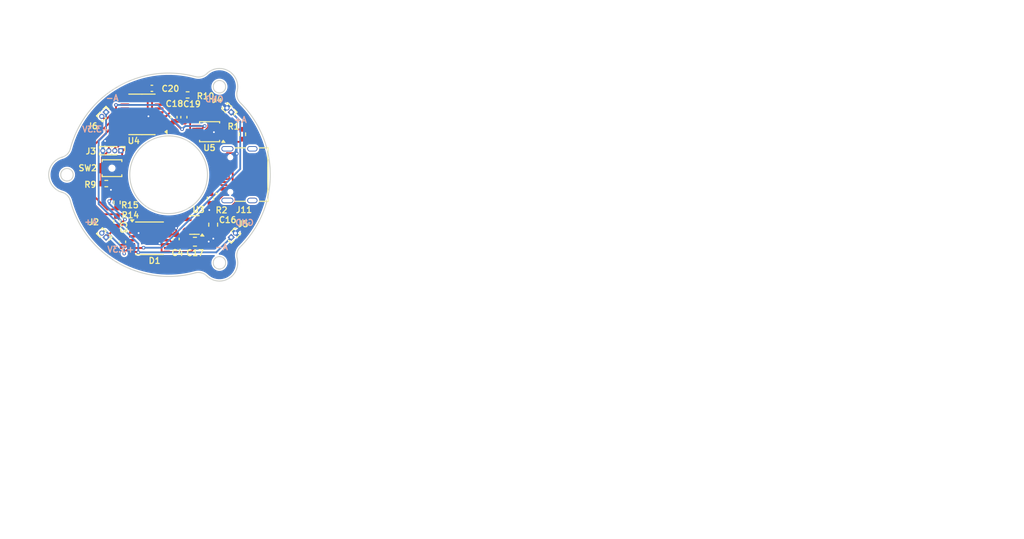
<source format=kicad_pcb>
(kicad_pcb (version 20240108) (generator "pcbnew") (generator_version "8.0")
  (layers (0 "F.Cu" signal) (31 "B.Cu" power) (34 "B.Paste" user) (35 "F.Paste" user) (36 "B.SilkS" user "B.Silkscreen") (37 "F.SilkS" user "F.Silkscreen") (38 "B.Mask" user) (39 "F.Mask" user) (44 "Edge.Cuts" user))
  (net 0 "")
  (net 1 "GND")
  (net 2 "Net-(C3-Pad1)")
  (net 3 "Net-(C3-Pad2)")
  (net 4 "+3.3V")
  (net 5 "/NRST")
  (net 6 "VBUS")
  (net 9 "/D-")
  (net 11 "/SWDIO")
  (net 12 "/SWCLK")
  (net 13 "/A-")
  (net 14 "/A+")
  (net 15 "/I2C2_SDA")
  (net 16 "/I2C2_SCL")
  (net 17 "Net-(U5-TXD)")
  (net 18 "/USART2_RX")
  (net 29 "/USART2_TX")
  (net 32 "unconnected-(U5-V3-Pad10)")
  (net 34 "/D+")
  (net 39 "Net-(J11-CC2)")
  (net 40 "Net-(J11-CC1)")
  (footprint "Package_SO:SSOP-16_4.4x5.2mm_P0.65mm" (layer "F.Cu") (at 46.800004 60.575005)
    (property "Reference" "D1" (at 0.849998 3.749998 0) (layer "F.SilkS") (effects (font (thickness 0.2) (bold yes))))
    (property "Value" "ADS1230")
    (pad "1" smd rect (at -2.899998 -2.274999) (size 1 0.4) (layers "F.Cu" "F.Paste" "F.Mask") (net 4 "+3.3V"))
    (pad "2" smd rect (at -2.9 -1.624999) (size 1 0.4) (layers "F.Cu" "F.Paste" "F.Mask") (net 1 "GND"))
    (pad "3" smd rect (at -2.899998 -0.974998) (size 1 0.4) (layers "F.Cu" "F.Paste" "F.Mask") (net 1 "GND"))
    (pad "4" smd rect (at -2.899998 -0.324996) (size 1 0.4) (layers "F.Cu" "F.Paste" "F.Mask") (net 1 "GND"))
    (pad "5" smd rect (at -2.900008 0.324991) (size 1 0.4) (layers "F.Cu" "F.Paste" "F.Mask") (net 3 "Net-(C3-Pad2)"))
    (pad "6" smd rect (at -2.900002 0.975003) (size 1 0.4) (layers "F.Cu" "F.Paste" "F.Mask") (net 2 "Net-(C3-Pad1)"))
    (pad "7" smd rect (at -2.900001 1.625003) (size 1 0.4) (layers "F.Cu" "F.Paste" "F.Mask") (net 14 "/A+"))
    (pad "8" smd rect (at -2.9 2.274999) (size 1 0.4) (layers "F.Cu" "F.Paste" "F.Mask") (net 13 "/A-"))
    (pad "9" smd rect (at 2.899998 2.274999) (size 1 0.4) (layers "F.Cu" "F.Paste" "F.Mask") (net 1 "GND"))
    (pad "10" smd rect (at 2.9 1.624999) (size 1 0.4) (layers "F.Cu" "F.Paste" "F.Mask") (net 4 "+3.3V"))
    (pad "11" smd rect (at 2.899998 0.974998) (size 1 0.4) (layers "F.Cu" "F.Paste" "F.Mask") (net 1 "GND"))
    (pad "12" smd rect (at 2.899998 0.324996) (size 1 0.4) (layers "F.Cu" "F.Paste" "F.Mask") (net 4 "+3.3V"))
    (pad "13" smd rect (at 2.900008 -0.324991) (size 1 0.4) (layers "F.Cu" "F.Paste" "F.Mask") (net 1 "GND"))
    (pad "14" smd rect (at 2.900002 -0.975003) (size 1 0.4) (layers "F.Cu" "F.Paste" "F.Mask") (net 4 "+3.3V"))
    (pad "15" smd rect (at 2.900001 -1.625003) (size 1 0.4) (layers "F.Cu" "F.Paste" "F.Mask") (net 16 "/I2C2_SCL"))
    (pad "16" smd rect (at 2.9 -2.274999) (size 1 0.4) (layers "F.Cu" "F.Paste" "F.Mask") (net 15 "/I2C2_SDA"))
  )
  (footprint "Capacitor_SMD:C_0603_1608Metric" (layer "F.Cu") (at 52.550002 40.325002 90)
    (property "Reference" "C19" (at 2.199999 1.35 0) (layer "F.SilkS") (effects (font (thickness 0.2) (bold yes))))
    (property "Value" "10u")
    (pad "1" smd roundrect (at -0.775001 0 90) (size 0.9 0.95) (layers "F.Cu" "F.Paste" "F.Mask") (net 4 "+3.3V"))
    (pad "2" smd roundrect (at 0.775001 0 90) (size 0.9 0.95) (layers "F.Cu" "F.Paste" "F.Mask") (net 1 "GND"))
  )
  (footprint "Connector_PinHeader_1.00mm:PinHeader_1x02_P1.00mm_Vertical" (layer "F.Cu") (at 39.534822 60.415183 -135)
    (property "Reference" "J2" (at -0.353553 3.252691 0) (layer "F.SilkS") (effects (font (thickness 0.2))))
    (property "Value" "Conn_01x02_Pin")
    (pad "1" thru_hole rect (at 0 0 225) (size 0.85 0.85) (drill 0.5) (layers "*.Cu" "*.Mask") (net 4 "+3.3V"))
    (pad "2" thru_hole oval (at 0 1 225) (size 0.85 0.85) (drill 0.5) (layers "*.Cu" "*.Mask") (net 14 "/A+"))
  )
  (footprint "Package_SO:TSSOP-20_4.4x6.5mm_P0.65mm" (layer "F.Cu") (at 45.537502 39.850003 180)
    (property "Reference" "U4" (at 1.3625 -4.425 0) (layer "F.SilkS") (effects (font (thickness 0.2) (bold yes))))
    (property "Value" "STM32G030F6Px")
    (pad "1" smd roundrect (at -2.862499 -2.925 180) (size 1.475 0.4) (layers "F.Cu" "F.Paste" "F.Mask"))
    (pad "2" smd roundrect (at -2.8625 -2.275 180) (size 1.475 0.4) (layers "F.Cu" "F.Paste" "F.Mask"))
    (pad "3" smd roundrect (at -2.8625 -1.625 180) (size 1.475 0.4) (layers "F.Cu" "F.Paste" "F.Mask"))
    (pad "4" smd roundrect (at -2.8625 -0.975 180) (size 1.475 0.4) (layers "F.Cu" "F.Paste" "F.Mask") (net 4 "+3.3V"))
    (pad "5" smd roundrect (at -2.862499 -0.324999 180) (size 1.475 0.4) (layers "F.Cu" "F.Paste" "F.Mask") (net 1 "GND"))
    (pad "6" smd roundrect (at -2.862499 0.324999 180) (size 1.475 0.4) (layers "F.Cu" "F.Paste" "F.Mask") (net 5 "/NRST"))
    (pad "7" smd roundrect (at -2.8625 0.975 180) (size 1.475 0.4) (layers "F.Cu" "F.Paste" "F.Mask"))
    (pad "8" smd roundrect (at -2.8625 1.624999 180) (size 1.475 0.4) (layers "F.Cu" "F.Paste" "F.Mask"))
    (pad "9" smd roundrect (at -2.862499 2.275001 180) (size 1.475 0.4) (layers "F.Cu" "F.Paste" "F.Mask") (net 29 "/USART2_TX"))
    (pad "10" smd roundrect (at -2.862504 2.924999 180) (size 1.475 0.4) (layers "F.Cu" "F.Paste" "F.Mask") (net 18 "/USART2_RX"))
    (pad "11" smd roundrect (at 2.862499 2.925 180) (size 1.475 0.4) (layers "F.Cu" "F.Paste" "F.Mask"))
    (pad "12" smd roundrect (at 2.8625 2.275 180) (size 1.475 0.4) (layers "F.Cu" "F.Paste" "F.Mask"))
    (pad "13" smd roundrect (at 2.8625 1.625 180) (size 1.475 0.4) (layers "F.Cu" "F.Paste" "F.Mask"))
    (pad "14" smd roundrect (at 2.8625 0.975 180) (size 1.475 0.4) (layers "F.Cu" "F.Paste" "F.Mask"))
    (pad "15" smd roundrect (at 2.862499 0.324999 180) (size 1.475 0.4) (layers "F.Cu" "F.Paste" "F.Mask"))
    (pad "16" smd roundrect (at 2.862499 -0.324999 180) (size 1.475 0.4) (layers "F.Cu" "F.Paste" "F.Mask") (net 16 "/I2C2_SCL"))
    (pad "17" smd roundrect (at 2.8625 -0.975 180) (size 1.475 0.4) (layers "F.Cu" "F.Paste" "F.Mask") (net 15 "/I2C2_SDA"))
    (pad "18" smd roundrect (at 2.8625 -1.624999 180) (size 1.475 0.4) (layers "F.Cu" "F.Paste" "F.Mask") (net 12 "/SWCLK"))
    (pad "19" smd roundrect (at 2.862499 -2.275001 180) (size 1.475 0.4) (layers "F.Cu" "F.Paste" "F.Mask") (net 11 "/SWDIO"))
    (pad "20" smd roundrect (at 2.862504 -2.924999 180) (size 1.475 0.4) (layers "F.Cu" "F.Paste" "F.Mask"))
  )
  (footprint "Capacitor_SMD:C_0805_2012Metric" (layer "F.Cu") (at 54.400003 61.150005)
    (property "Reference" "C17" (at 0.024999 1.874998 0) (layer "F.SilkS") (effects (font (thickness 0.2) (bold yes))))
    (property "Value" "1u")
    (pad "1" smd roundrect (at -0.949999 0) (size 1 1.45) (layers "F.Cu" "F.Paste" "F.Mask") (net 4 "+3.3V"))
    (pad "2" smd roundrect (at 0.949999 0) (size 1 1.45) (layers "F.Cu" "F.Paste" "F.Mask") (net 1 "GND"))
  )
  (footprint "Package_TO_SOT_SMD:SOT-23-5" (layer "F.Cu") (at 54.3125 58.350006 180)
    (property "Reference" "U3" (at -0.687502 2.550003 0) (layer "F.SilkS") (effects (font (thickness 0.2))))
    (property "Value" "AP2112K-3.3")
    (pad "1" smd roundrect (at -1.1375 -0.95 180) (size 1.325 0.6) (layers "F.Cu" "F.Paste" "F.Mask") (net 6 "VBUS"))
    (pad "2" smd roundrect (at -1.1375 0 180) (size 1.325 0.6) (layers "F.Cu" "F.Paste" "F.Mask") (net 1 "GND"))
    (pad "3" smd roundrect (at -1.1375 0.95 180) (size 1.325 0.6) (layers "F.Cu" "F.Paste" "F.Mask") (net 6 "VBUS"))
    (pad "4" smd roundrect (at 1.1375 0.95 180) (size 1.325 0.6) (layers "F.Cu" "F.Paste" "F.Mask"))
    (pad "5" smd roundrect (at 1.1375 -0.95 180) (size 1.325 0.6) (layers "F.Cu" "F.Paste" "F.Mask") (net 4 "+3.3V"))
  )
  (footprint "Connector_PinHeader_1.00mm:PinHeader_1x02_P1.00mm_Vertical" (layer "F.Cu") (at 60.465182 39.484823 -135)
    (property "Reference" "J4" (at 0.194454 3.128948 0) (layer "F.SilkS") (effects (font (thickness 0.2))))
    (property "Value" "Conn_01x02_Pin")
    (pad "1" thru_hole rect (at 0 0 225) (size 0.85 0.85) (drill 0.5) (layers "*.Cu" "*.Mask") (net 14 "/A+"))
    (pad "2" thru_hole oval (at 0 1 225) (size 0.85 0.85) (drill 0.5) (layers "*.Cu" "*.Mask") (net 1 "GND"))
  )
  (footprint "Capacitor_SMD:C_0603_1608Metric" (layer "F.Cu") (at 51.250003 60.684879 -90)
    (property "Reference" "C4" (at 2.315124 -0.224999 0) (layer "F.SilkS") (effects (font (thickness 0.2) (bold yes))))
    (property "Value" "0.1uF")
    (pad "1" smd roundrect (at -0.775001 0 270) (size 0.9 0.95) (layers "F.Cu" "F.Paste" "F.Mask") (net 1 "GND"))
    (pad "2" smd roundrect (at 0.775001 0 270) (size 0.9 0.95) (layers "F.Cu" "F.Paste" "F.Mask") (net 4 "+3.3V"))
  )
  (footprint "Connector_PinHeader_1.00mm:PinHeader_1x04_P1.00mm_Vertical" (layer "F.Cu") (at 42.000003 45.925003 -90)
    (property "Reference" "J3" (at 0.1 5.000001 0) (layer "F.SilkS") (effects (font (thickness 0.2) (bold yes))))
    (property "Value" "Conn_01x04_Pin")
    (pad "1" thru_hole rect (at 0 0 270) (size 0.85 0.85) (drill 0.5) (layers "*.Cu" "*.Mask") (net 4 "+3.3V"))
    (pad "2" thru_hole oval (at 0 1 270) (size 0.85 0.85) (drill 0.5) (layers "*.Cu" "*.Mask") (net 12 "/SWCLK"))
    (pad "3" thru_hole oval (at 0 2 270) (size 0.85 0.85) (drill 0.5) (layers "*.Cu" "*.Mask") (net 11 "/SWDIO"))
    (pad "4" thru_hole oval (at 0 3 270) (size 0.85 0.85) (drill 0.5) (layers "*.Cu" "*.Mask") (net 1 "GND"))
  )
  (footprint "Capacitor_SMD:C_0805_2012Metric" (layer "F.Cu") (at 57.450002 58.300004 -90)
    (property "Reference" "C16" (at -0.800001 -2.425 0) (layer "F.SilkS") (effects (font (thickness 0.2) (bold yes))))
    (property "Value" "1u")
    (pad "1" smd roundrect (at -0.949999 0 270) (size 1 1.45) (layers "F.Cu" "F.Paste" "F.Mask") (net 6 "VBUS"))
    (pad "2" smd roundrect (at 0.949999 0 270) (size 1 1.45) (layers "F.Cu" "F.Paste" "F.Mask") (net 1 "GND"))
  )
  (footprint "Resistor_SMD:R_0603_1608Metric" (layer "F.Cu") (at 41.350002 57.750003 -90)
    (property "Reference" "R14" (at -1.05 -2.25 0) (layer "F.SilkS") (effects (font (thickness 0.2) (bold yes))))
    (property "Value" "1k5")
    (pad "1" smd roundrect (at -0.825 0 270) (size 0.8 0.95) (layers "F.Cu" "F.Paste" "F.Mask") (net 16 "/I2C2_SCL"))
    (pad "2" smd roundrect (at 0.825 0 270) (size 0.8 0.95) (layers "F.Cu" "F.Paste" "F.Mask") (net 4 "+3.3V"))
  )
  (footprint "Resistor_SMD:R_0603_1608Metric" (layer "F.Cu") (at 39.575002 51.425003)
    (property "Reference" "R9" (at -2.675 0.175 0) (layer "F.SilkS") (effects (font (thickness 0.2) (bold yes))))
    (property "Value" "10k")
    (pad "1" smd roundrect (at -0.825 0) (size 0.8 0.95) (layers "F.Cu" "F.Paste" "F.Mask") (net 11 "/SWDIO"))
    (pad "2" smd roundrect (at 0.825 0) (size 0.8 0.95) (layers "F.Cu" "F.Paste" "F.Mask") (net 1 "GND"))
  )
  (footprint "Capacitor_SMD:C_0603_1608Metric" (layer "F.Cu") (at 42.300002 61.175002 90)
    (property "Reference" "C3" (at 2.424999 0.15 -90) (layer "F.SilkS") (effects (font (thickness 0.2) (bold yes))))
    (property "Value" "0.1uF")
    (pad "1" smd roundrect (at -0.775001 0 90) (size 0.9 0.95) (layers "F.Cu" "F.Paste" "F.Mask") (net 2 "Net-(C3-Pad1)"))
    (pad "2" smd roundrect (at 0.775001 0 90) (size 0.9 0.95) (layers "F.Cu" "F.Paste" "F.Mask") (net 3 "Net-(C3-Pad2)"))
  )
  (footprint "Resistor_SMD:R_0603_1608Metric" (layer "F.Cu") (at 62.350002 43.175003 90)
    (property "Reference" "R1" (at 1.3 -1.5 0) (layer "F.SilkS") (effects (font (thickness 0.2))))
    (property "Value" "5k1")
    (pad "1" smd roundrect (at -0.825 0 90) (size 0.8 0.95) (layers "F.Cu" "F.Paste" "F.Mask") (net 39 "Net-(J11-CC2)"))
    (pad "2" smd roundrect (at 0.825 0 90) (size 0.8 0.95) (layers "F.Cu" "F.Paste" "F.Mask") (net 1 "GND"))
  )
  (footprint "Package_SO:MSOP-10_3x3mm_P0.5mm" (layer "F.Cu") (at 56.850002 42.750003 180)
    (property "Reference" "U5" (at 0.025 -2.7 0) (layer "F.SilkS") (effects (font (thickness 0.2) (bold yes))))
    (property "Value" "CH340E")
    (pad "1" smd rect (at -2.200005 -0.999998 180) (size 1.4 0.3) (layers "F.Cu" "F.Paste" "F.Mask") (net 34 "/D+"))
    (pad "2" smd rect (at -2.2 -0.5 180) (size 1.4 0.3) (layers "F.Cu" "F.Paste" "F.Mask") (net 9 "/D-"))
    (pad "3" smd rect (at -2.2 0 180) (size 1.4 0.3) (layers "F.Cu" "F.Paste" "F.Mask") (net 1 "GND"))
    (pad "4" smd rect (at -2.200002 0.499996 180) (size 1.4 0.3) (layers "F.Cu" "F.Paste" "F.Mask"))
    (pad "5" smd rect (at -2.200001 1.000001 180) (size 1.4 0.3) (layers "F.Cu" "F.Paste" "F.Mask"))
    (pad "6" smd rect (at 2.200005 0.999998 180) (size 1.4 0.3) (layers "F.Cu" "F.Paste" "F.Mask"))
    (pad "7" smd rect (at 2.2 0.5 180) (size 1.4 0.3) (layers "F.Cu" "F.Paste" "F.Mask") (net 4 "+3.3V"))
    (pad "8" smd rect (at 2.2 0 180) (size 1.4 0.3) (layers "F.Cu" "F.Paste" "F.Mask") (net 17 "Net-(U5-TXD)"))
    (pad "9" smd rect (at 2.200002 -0.499996 180) (size 1.4 0.3) (layers "F.Cu" "F.Paste" "F.Mask") (net 29 "/USART2_TX"))
    (pad "10" smd rect (at 2.200001 -1.000001 180) (size 1.4 0.3) (layers "F.Cu" "F.Paste" "F.Mask") (net 32 "unconnected-(U5-V3-Pad10)"))
  )
  (footprint "Button_Switch_SMD:SW_SPST_B3U-1000P-B" (layer "F.Cu") (at 40.525002 48.850003)
    (property "Reference" "SW2" (at -4.05 -0.025 0) (layer "F.SilkS") (effects (font (thickness 0.2) (bold yes))))
    (property "Value" "SW_Push")
    (pad "" np_thru_hole circle (at 0 0) (size 0.8 0.8) (drill 0.8) (layers "*.Cu" "*.Mask"))
    (pad "1" smd rect (at -1.7 0) (size 0.9 1.7) (layers "F.Cu" "F.Paste" "F.Mask") (net 11 "/SWDIO"))
    (pad "2" smd rect (at 1.7 0) (size 0.9 1.7) (layers "F.Cu" "F.Paste" "F.Mask") (net 4 "+3.3V"))
  )
  (footprint "Resistor_SMD:R_0603_1608Metric" (layer "F.Cu") (at 41.375002 54.575003 90)
    (property "Reference" "R15" (at -0.45 2.15 0) (layer "F.SilkS") (effects (font (thickness 0.2) (bold yes))))
    (property "Value" "1k5")
    (pad "1" smd roundrect (at -0.825 0 90) (size 0.8 0.95) (layers "F.Cu" "F.Paste" "F.Mask") (net 15 "/I2C2_SDA"))
    (pad "2" smd roundrect (at 0.825 0 90) (size 0.8 0.95) (layers "F.Cu" "F.Paste" "F.Mask") (net 4 "+3.3V"))
  )
  (footprint "Capacitor_SMD:C_0603_1608Metric" (layer "F.Cu") (at 47.200003 35.500003 180)
    (property "Reference" "C20" (at -3.099999 -0.05 0) (layer "F.SilkS") (effects (font (thickness 0.2) (bold yes))))
    (property "Value" "100n")
    (pad "1" smd roundrect (at -0.775001 0 180) (size 0.9 0.95) (layers "F.Cu" "F.Paste" "F.Mask") (net 5 "/NRST"))
    (pad "2" smd roundrect (at 0.775001 0 180) (size 0.9 0.95) (layers "F.Cu" "F.Paste" "F.Mask") (net 1 "GND"))
  )
  (footprint "Connector_PinHeader_1.00mm:PinHeader_1x02_P1.00mm_Vertical" (layer "F.Cu") (at 39.534822 39.484823 -45)
    (property "Reference" "J6" (at 0.053034 3.24004 0) (layer "F.SilkS") (effects (font (thickness 0.2))))
    (property "Value" "Conn_01x02_Pin")
    (pad "1" thru_hole rect (at 0 0 315) (size 0.85 0.85) (drill 0.5) (layers "*.Cu" "*.Mask") (net 13 "/A-"))
    (pad "2" thru_hole oval (at 0 1 315) (size 0.85 0.85) (drill 0.5) (layers "*.Cu" "*.Mask") (net 4 "+3.3V"))
  )
  (footprint "Capacitor_SMD:C_0603_1608Metric" (layer "F.Cu") (at 50.900002 40.325002 90)
    (property "Reference" "C18" (at 2.249999 0.075 0) (layer "F.SilkS") (effects (font (thickness 0.2) (bold yes))))
    (property "Value" "100n")
    (pad "1" smd roundrect (at -0.775001 0 90) (size 0.9 0.95) (layers "F.Cu" "F.Paste" "F.Mask") (net 4 "+3.3V"))
    (pad "2" smd roundrect (at 0.775001 0 90) (size 0.9 0.95) (layers "F.Cu" "F.Paste" "F.Mask") (net 1 "GND"))
  )
  (footprint "Connector_PinHeader_1.00mm:PinHeader_1x02_P1.00mm_Vertical" (layer "F.Cu") (at 60.465182 60.415183 135)
    (property "Reference" "J5" (at 0.159099 2.997577 0) (layer "F.SilkS") (effects (font (thickness 0.2))))
    (property "Value" "Conn_01x02_Pin")
    (pad "1" thru_hole rect (at 0 0 135) (size 0.85 0.85) (drill 0.5) (layers "*.Cu" "*.Mask") (net 13 "/A-"))
    (pad "2" thru_hole oval (at 0 1 135) (size 0.85 0.85) (drill 0.5) (layers "*.Cu" "*.Mask") (net 1 "GND"))
  )
  (footprint "SEN-12650(1):HRO_TYPE-C-31-M-12" (layer "F.Cu") (at 64.000003 49.925003 90)
    (property "Reference" "J11" (at -5.9 -1.400001 0) (layer "F.SilkS") (effects (font (thickness 0.2))))
    (property "Value" "TYPE-C-31-M-12")
    (pad "" np_thru_hole circle (at -2.89 -3.68 90) (size 0.6 0.6) (drill 0.6) (layers "*.Cu" "*.Mask"))
    (pad "" np_thru_hole circle (at 2.89 -3.68 90) (size 0.6 0.6) (drill 0.6) (layers "*.Cu" "*.Mask"))
    (pad "A1_B12" smd rect (at -3.2 -4.75 90) (size 0.6 1.14) (layers "F.Cu" "F.Paste") (net 1 "GND"))
    (pad "A4_B9" smd rect (at -2.400001 -4.75 90) (size 0.6 1.14) (layers "F.Cu" "F.Paste") (net 6 "VBUS"))
    (pad "A5" smd rect (at -1.25 -4.75 90) (size 0.3 1.14) (layers "F.Cu" "F.Paste") (net 40 "Net-(J11-CC1)"))
    (pad "A6" smd rect (at -0.25 -4.750001 90) (size 0.3 1.14) (layers "F.Cu" "F.Paste") (net 34 "/D+"))
    (pad "A7" smd rect (at 0.249999 -4.75 90) (size 0.3 1.14) (layers "F.Cu" "F.Paste") (net 9 "/D-"))
    (pad "A8" smd rect (at 1.25 -4.749999 90) (size 0.3 1.14) (layers "F.Cu" "F.Paste"))
    (pad "B1_A12" smd rect (at 3.2 -4.75 90) (size 0.6 1.14) (layers "F.Cu" "F.Paste") (net 1 "GND"))
    (pad "B4_A9" smd rect (at 2.400001 -4.749999 90) (size 0.6 1.14) (layers "F.Cu" "F.Paste") (net 6 "VBUS"))
    (pad "B5" smd rect (at 1.75 -4.750001 90) (size 0.3 1.14) (layers "F.Cu" "F.Paste") (net 39 "Net-(J11-CC2)"))
    (pad "B6" smd rect (at 0.750001 -4.750001 90) (size 0.3 1.14) (layers "F.Cu" "F.Paste") (net 34 "/D+"))
    (pad "B7" smd rect (at -0.750001 -4.749999 90) (size 0.3 1.14) (layers "F.Cu" "F.Paste") (net 9 "/D-"))
    (pad "B8" smd rect (at -1.75 -4.75 90) (size 0.3 1.14) (layers "F.Cu" "F.Paste"))
    (pad "S1" thru_hole oval (at -4.325 -4.17 90) (size 0.9 2) (drill oval 0.6 1.7) (layers "*.Cu" "*.Mask"))
    (pad "S2" thru_hole oval (at 4.325001 -4.169999 90) (size 0.9 2) (drill oval 0.6 1.7) (layers "*.Cu" "*.Mask"))
    (pad "S3" thru_hole oval (at -4.325 0 90) (size 0.9 1.7) (drill oval 0.6 1.4) (layers "*.Cu" "*.Mask"))
    (pad "S4" thru_hole oval (at 4.325 0 90) (size 0.9 1.7) (drill oval 0.6 1.4) (layers "*.Cu" "*.Mask"))
  )
  (footprint "Resistor_SMD:R_0603_1608Metric" (layer "F.Cu") (at 57.000002 53.925003 -90)
    (property "Reference" "R2" (at 1.95 -1.85 0) (layer "F.SilkS") (effects (font (thickness 0.2))))
    (property "Value" "5k1")
    (pad "1" smd roundrect (at -0.825 0 270) (size 0.8 0.95) (layers "F.Cu" "F.Paste" "F.Mask") (net 40 "Net-(J11-CC1)"))
    (pad "2" smd roundrect (at 0.825 0 270) (size 0.8 0.95) (layers "F.Cu" "F.Paste" "F.Mask") (net 1 "GND"))
  )
  (footprint "Resistor_SMD:R_0603_1608Metric" (layer "F.Cu") (at 53.175002 36.600003)
    (property "Reference" "R10" (at 3 0.2 0) (layer "F.SilkS") (effects (font (thickness 0.2) (bold yes))))
    (property "Value" "1k")
    (pad "1" smd roundrect (at -0.825 0) (size 0.8 0.95) (layers "F.Cu" "F.Paste" "F.Mask") (net 18 "/USART2_RX"))
    (pad "2" smd roundrect (at 0.825 0) (size 0.8 0.95) (layers "F.Cu" "F.Paste" "F.Mask") (net 17 "Net-(U5-TXD)"))
  )
  (gr_arc (start 54.450223 66.357182) (mid 41.5 64.672437) (end 33.565857 54.299588) (stroke (width 0.18)) (layer "Edge.Cuts"))
  (gr_arc (start 54.450223 66.357182) (mid 55.476432 66.351639) (end 56.370303 66.855754) (stroke (width 0.18)) (layer "Edge.Cuts"))
  (gr_circle (center 58.500002 64.672435) (end 59.550002 64.672435) (stroke (width 0.18)) (fill none) (layer "Edge.Cuts"))
  (gr_arc (start 56.370303 33.044252) (mid 55.476434 33.548379) (end 54.450223 33.542824) (stroke (width 0.18)) (layer "Edge.Cuts"))
  (gr_circle (center 33.000002 49.950003) (end 34.050002 49.950003) (stroke (width 0.18)) (fill none) (layer "Edge.Cuts"))
  (gr_arc (start 33.565857 45.600419) (mid 41.500002 35.227575) (end 54.450223 33.542824) (stroke (width 0.18)) (layer "Edge.Cuts"))
  (gr_arc (start 56.370303 33.044252) (mid 60.024964 32.586219) (end 61.455661 35.980285) (stroke (width 0.18)) (layer "Edge.Cuts"))
  (gr_circle (center 50.000002 49.950003) (end 56.500002 49.950003) (stroke (width 0.18)) (fill none) (layer "Edge.Cuts"))
  (gr_arc (start 32.174042 52.886036) (mid 29.94995 49.949983) (end 32.174042 47.01397) (stroke (width 0.18)) (layer "Edge.Cuts"))
  (gr_arc (start 61.455661 63.919721) (mid 61.466032 62.893559) (end 61.983925 62.007598) (stroke (width 0.18)) (layer "Edge.Cuts"))
  (gr_arc (start 33.565857 45.600419) (mid 33.057545 46.491897) (end 32.174042 47.01397) (stroke (width 0.18)) (layer "Edge.Cuts"))
  (gr_arc (start 61.983925 37.892409) (mid 67.000002 49.950004) (end 61.983925 62.007598) (stroke (width 0.18)) (layer "Edge.Cuts"))
  (gr_arc (start 61.455661 63.919721) (mid 60.025001 67.313883) (end 56.370303 66.855754) (stroke (width 0.18)) (layer "Edge.Cuts"))
  (gr_circle (center 58.500002 35.227571) (end 59.550002 35.227571) (stroke (width 0.18)) (fill none) (layer "Edge.Cuts"))
  (gr_arc (start 61.983925 37.892409) (mid 61.46601 37.00646) (end 61.455661 35.980285) (stroke (width 0.18)) (layer "Edge.Cuts"))
  (gr_arc (start 32.174042 52.886036) (mid 33.057565 53.408083) (end 33.565857 54.299588) (stroke (width 0.18)) (layer "Edge.Cuts"))
  (gr_text "+3.3V" (at 44.375002 63.025003 0) (layer "B.SilkS") (effects (font (size 1 1) (thickness 0.2) (bold yes)) (justify left bottom mirror)))
  (gr_text "A-" (at 41.750002 37.700003 0) (layer "B.SilkS") (effects (font (size 1 1) (thickness 0.2) (bold yes)) (justify left bottom mirror)))
  (gr_text "A-" (at 60.025002 62.625003 0) (layer "B.SilkS") (effects (font (size 1 1) (thickness 0.2) (bold yes)) (justify left bottom mirror)))
  (gr_text "A+" (at 38.150002 58.400003 0) (layer "B.SilkS") (effects (font (size 1 1) (thickness 0.2) (bold yes)) (justify left bottom mirror)))
  (gr_text "GND" (at 59.300002 37.900003 0) (layer "B.SilkS") (effects (font (size 1 1) (thickness 0.2) (bold yes)) (justify left bottom mirror)))
  (gr_text "+3.3V" (at 40.175002 42.925003 0) (layer "B.SilkS") (effects (font (size 1 1) (thickness 0.2) (bold yes)) (justify left bottom mirror)))
  (gr_text "GND" (at 64.350002 58.550003 0) (layer "B.SilkS") (effects (font (size 1 1) (thickness 0.2) (bold yes)) (justify left bottom mirror)))
  (gr_text "A+" (at 63.175002 41.350003 0) (layer "B.SilkS") (effects (font (size 1 1) (thickness 0.2) (bold yes)) (justify left bottom mirror)))
  (segment (start 60.300002 42.350003) (end 62.350002 42.350003) (width 0.3) (layer "F.Cu") (net 1))
  (segment (start 50.200004 39.550001) (end 50.900002 39.550001) (width 0.3) (layer "F.Cu") (net 1))
  (segment (start 59.050002 42.750003) (end 57.850002 42.750003) (width 0.3) (layer "F.Cu") (net 1))
  (segment (start 40.400002 52.425003) (end 40.350002 52.475003) (width 0.3) (layer "F.Cu") (net 1))
  (segment (start 59.350002 46.725003) (end 59.740002 46.335003) (width 0.3) (layer "F.Cu") (net 1))
  (segment (start 56.675 61.150005) (end 56.700002 61.125003) (width 0.3) (layer "F.Cu") (net 1))
  (segment (start 59.740002 46.335003) (end 61.310002 46.335003) (width 0.3) (layer "F.Cu") (net 1))
  (segment (start 50.900002 39.550001) (end 52.550002 39.550001) (width 0.3) (layer "F.Cu") (net 1))
  (segment (start 53.650003 62.850004) (end 49.700002 62.850004) (width 0.3) (layer "F.Cu") (net 1))
  (segment (start 57.725002 54.750003) (end 59.350002 53.125003) (width 0.3) (layer "F.Cu") (net 1))
  (segment (start 49.600003 40.150002) (end 50.200004 39.550001) (width 0.3) (layer "F.Cu") (net 1))
  (segment (start 50.515127 59.909878) (end 51.250003 59.909878) (width 0.3) (layer "F.Cu") (net 1))
  (segment (start 43.900004 58.950006) (end 44.225005 58.950006) (width 0.3) (layer "F.Cu") (net 1))
  (segment (start 56.800002 54.750003) (end 57.725002 54.750003) (width 0.3) (layer "F.Cu") (net 1))
  (segment (start 43.900006 59.600007) (end 44.875006 59.600007) (width 0.3) (layer "F.Cu") (net 1))
  (segment (start 44.225005 58.950006) (end 44.975002 59.700003) (width 0.3) (layer "F.Cu") (net 1))
  (segment (start 48.475002 61.425003) (end 48.825002 61.550003) (width 0.3) (layer "F.Cu") (net 1))
  (segment (start 60.714216 59.250003) (end 61.172289 59.708076) (width 0.3) (layer "F.Cu") (net 1))
  (segment (start 48.825002 62.775004) (end 48.825002 61.550003) (width 0.3) (layer "F.Cu") (net 1))
  (segment (start 48.225001 40.150002) (end 46.650003 40.150002) (width 0.3) (layer "F.Cu") (net 1))
  (segment (start 43.900006 60.250009) (end 44.424996 60.250009) (width 0.3) (layer "F.Cu") (net 1))
  (segment (start 46.5 39.1625) (end 47.487502 40.150002) (width 0.3) (layer "F.Cu") (net 1))
  (segment (start 46.5 35.350003) (end 46.5 39.1625) (width 0.3) (layer "F.Cu") (net 1))
  (segment (start 47.487502 40.150002) (end 48.225001 40.150002) (width 0.3) (layer "F.Cu") (net 1))
  (segment (start 50.174991 60.250014) (end 50.515127 59.909878) (width 0.3) (layer "F.Cu") (net 1))
  (segment (start 61.310002 46.335003) (end 61.400002 46.425003) (width 0.3) (layer "F.Cu") (net 1))
  (segment (start 48.900002 62.850004) (end 48.825002 62.775004) (width 0.3) (layer "F.Cu") (net 1))
  (segment (start 59.900002 42.750003) (end 60.300002 42.350003) (width 0.3) (layer "F.Cu") (net 1))
  (segment (start 49.700012 60.250014) (end 50.174991 60.250014) (width 0.3) (layer "F.Cu") (net 1))
  (segment (start 49.700002 62.850004) (end 48.900002 62.850004) (width 0.3) (layer "F.Cu") (net 1))
  (segment (start 40.400002 51.425003) (end 40.400002 52.425003) (width 0.3) (layer "F.Cu") (net 1))
  (segment (start 57.450002 60.600003) (end 57.475002 60.625003) (width 0.3) (layer "F.Cu") (net 1))
  (segment (start 59.050002 42.750003) (end 59.900002 42.750003) (width 0.3) (layer "F.Cu") (net 1))
  (segment (start 48.95 40.150002) (end 49.600003 40.150002) (width 0.3) (layer "F.Cu") (net 1))
  (segment (start 48.825002 61.550003) (end 49.700002 61.550003) (width 0.3) (layer "F.Cu") (net 1))
  (segment (start 55.350002 61.150005) (end 53.650003 62.850004) (width 0.3) (layer "F.Cu") (net 1))
  (segment (start 51.250003 59.909878) (end 51.250002 58.850003) (width 0.3) (layer "F.Cu") (net 1))
  (segment (start 57.775002 42.825003) (end 57.575002 42.825003) (width 0.3) (layer "F.Cu") (net 1))
  (segment (start 44.875006 59.600007) (end 44.975002 59.700003) (width 0.3) (layer "F.Cu") (net 1))
  (segment (start 57.850002 42.750003) (end 57.825002 42.775003) (width 0.3) (layer "F.Cu") (net 1))
  (segment (start 39.000003 45.925003) (end 39.000003 44.675002) (width 0.3) (layer "F.Cu") (net 1))
  (segment (start 57.825002 42.775003) (end 57.775002 42.825003) (width 0.3) (layer "F.Cu") (net 1))
  (segment (start 49.700002 61.550003) (end 49.150005 61.550003) (width 0.3) (layer "F.Cu") (net 1))
  (segment (start 56.800002 54.750003) (end 56.800002 55.850003) (width 0.3) (layer "F.Cu") (net 1))
  (segment (start 55.350002 61.150005) (end 55.55 61.150005) (width 0.3) (layer "F.Cu") (net 1))
  (segment (start 46.650003 40.150002) (end 46.625002 40.175003) (width 0.3) (layer "F.Cu") (net 1))
  (segment (start 44.424996 60.250009) (end 44.975002 59.700003) (width 0.3) (layer "F.Cu") (net 1))
  (segment (start 51.349999 58.750006) (end 51.250002 58.850003) (width 0.3) (layer "F.Cu") (net 1))
  (segment (start 57.450002 59.250003) (end 60.714216 59.250003) (width 0.3) (layer "F.Cu") (net 1))
  (segment (start 39.000003 44.675002) (end 39.375002 44.300003) (width 0.3) (layer "F.Cu") (net 1))
  (via (at 56.800002 55.850003) (size 0.6) (drill 0.3) (layers "F.Cu" "B.Cu") (net 1))
  (via (at 57.575002 42.825003) (size 0.6) (drill 0.3) (layers "F.Cu" "B.Cu") (net 1))
  (via (at 39.375002 44.300003) (size 0.6) (drill 0.3) (layers "F.Cu" "B.Cu") (net 1))
  (via (at 61.400002 46.425003) (size 0.6) (drill 0.3) (layers "F.Cu" "B.Cu") (net 1))
  (via (at 44.975002 59.700003) (size 0.6) (drill 0.3) (layers "F.Cu" "B.Cu") (net 1))
  (via (at 51.250002 58.850003) (size 0.6) (drill 0.3) (layers "F.Cu" "B.Cu") (net 1))
  (via (at 40.350002 52.475003) (size 0.6) (drill 0.3) (layers "F.Cu" "B.Cu") (net 1))
  (via (at 46.625002 40.175003) (size 0.6) (drill 0.3) (layers "F.Cu" "B.Cu") (net 1))
  (via (at 56.700002 61.125003) (size 0.6) (drill 0.3) (layers "F.Cu" "B.Cu") (net 1))
  (via (at 48.475002 61.425003) (size 0.6) (drill 0.3) (layers "F.Cu" "B.Cu") (net 1))
  (via (at 57.475002 60.625003) (size 0.6) (drill 0.3) (layers "F.Cu" "B.Cu") (net 1))
  (segment (start 43.900002 61.550008) (end 43.324997 61.550008) (width 0.3) (layer "F.Cu") (net 2))
  (segment (start 43.324997 61.550008) (end 42.925002 61.950003) (width 0.3) (layer "F.Cu") (net 2))
  (segment (start 42.925002 61.950003) (end 42.300002 61.950003) (width 0.3) (layer "F.Cu") (net 2))
  (segment (start 43.299995 60.899996) (end 42.8 60.400001) (width 0.3) (layer "F.Cu") (net 3))
  (segment (start 42.450004 60.300001) (end 42.625 60.300001) (width 0.2) (layer "F.Cu") (net 3))
  (segment (start 42.8 60.400001) (end 42.300002 60.400001) (width 0.3) (layer "F.Cu") (net 3))
  (segment (start 43.899996 60.899996) (end 43.299995 60.899996) (width 0.3) (layer "F.Cu") (net 3))
  (segment (start 53.450004 59.57501) (end 53.175 59.300006) (width 0.3) (layer "F.Cu") (net 4))
  (segment (start 50.175 60.900001) (end 50.734879 61.45988) (width 0.3) (layer "F.Cu") (net 4))
  (segment (start 54.650002 42.250003) (end 55.575002 42.250003) (width 0.3) (layer "F.Cu") (net 4))
  (segment (start 39.625853 40.616929) (end 39.252714 40.616929) (width 0.3) (layer "F.Cu") (net 4))
  (segment (start 41.200002 38.275003) (end 41.200002 39.04278) (width 0.3) (layer "F.Cu") (net 4))
  (segment (start 50.734879 61.45988) (end 51.250003 61.45988) (width 0.3) (layer "F.Cu") (net 4))
  (segment (start 49.095999 60.900001) (end 48.900002 60.704004) (width 0.3) (layer "F.Cu") (net 4))
  (segment (start 41.375002 53.750003) (end 41.375002 49.700003) (width 0.3) (layer "F.Cu") (net 4))
  (segment (start 42.225002 46.150002) (end 42.000003 45.925003) (width 0.3) (layer "F.Cu") (net 4))
  (segment (start 43.900006 58.300006) (end 44.784319 58.300006) (width 0.3) (layer "F.Cu") (net 4))
  (segment (start 41.200002 39.04278) (end 39.625853 40.616929) (width 0.3) (layer "F.Cu") (net 4))
  (segment (start 42.350002 48.975003) (end 42.225002 48.850003) (width 0.3) (layer "F.Cu") (net 4))
  (segment (start 41.624999 58.300006) (end 41.350002 58.575003) (width 0.3) (layer "F.Cu") (net 4))
  (segment (start 51.559878 61.150005) (end 51.250003 61.45988) (width 0.3) (layer "F.Cu") (net 4))
  (segment (start 48.950001 40.800003) (end 49.700002 40.800003) (width 0.3) (layer "F.Cu") (net 4))
  (segment (start 52.250002 42.325003) (end 52.125002 42.325003) (width 0.3) (layer "F.Cu") (net 4))
  (segment (start 41.375002 53.750003) (end 40.700002 53.750003) (width 0.3) (layer "F.Cu") (net 4))
  (segment (start 50.834879 61.45988) (end 51.250003 61.45988) (width 0.2) (layer "F.Cu") (net 4))
  (segment (start 42.225002 48.850003) (end 42.225002 46.150002) (width 0.3) (layer "F.Cu") (net 4))
  (segment (start 48.900002 59.600006) (end 48.900006 59.600002) (width 0.3) (layer "F.Cu") (net 4))
  (segment (start 39.252714 40.616929) (end 38.827715 40.19193) (width 0.3) (layer "F.Cu") (net 4))
  (segment (start 49.700002 60.900001) (end 49.095999 60.900001) (width 0.3) (layer "F.Cu") (net 4))
  (segment (start 49.700002 60.900001) (end 50.175 60.900001) (width 0.3) (layer "F.Cu") (net 4))
  (segment (start 41.350002 58.600003) (end 39.534822 60.415183) (width 0.3) (layer "F.Cu") (net 4))
  (segment (start 53.450004 61.150005) (end 51.559878 61.150005) (width 0.3) (layer "F.Cu") (net 4))
  (segment (start 50.900002 41.100003) (end 52.550002 41.100003) (width 0.3) (layer "F.Cu") (net 4))
  (segment (start 48.900006 59.600002) (end 49.700006 59.600002) (width 0.3) (layer "F.Cu") (net 4))
  (segment (start 55.575002 42.250003) (end 56.025002 41.800003) (width 0.3) (layer "F.Cu") (net 4))
  (segment (start 40.700002 53.750003) (end 40.075002 54.375003) (width 0.3) (layer "F.Cu") (net 4))
  (segment (start 49.700006 59.600002) (end 46.084315 59.600002) (width 0.3) (layer "F.Cu") (net 4))
  (segment (start 41.350002 58.575003) (end 41.550002 58.575003) (width 0.3) (layer "F.Cu") (net 4))
  (segment (start 41.375002 49.700003) (end 42.225002 48.850003) (width 0.3) (layer "F.Cu") (net 4))
  (segment (start 50.000002 41.100003) (end 50.900002 41.100003) (width 0.3) (layer "F.Cu") (net 4))
  (segment (start 50.509879 62.200004) (end 51.250003 61.45988) (width 0.3) (layer "F.Cu") (net 4))
  (segment (start 41.550002 58.575003) (end 42.700002 57.425003) (width 0.3) (layer "F.Cu") (net 4))
  (segment (start 44.784319 58.300006) (end 45.992159 59.507846) (width 0.3) (layer "F.Cu") (net 4))
  (segment (start 47.487503 40.800003) (end 42.362503 45.925003) (width 0.3) (layer "F.Cu") (net 4))
  (segment (start 48.900002 60.704004) (end 48.900002 59.600006) (width 0.3) (layer "F.Cu") (net 4))
  (segment (start 41.350002 58.575003) (end 41.350002 58.600003) (width 0.3) (layer "F.Cu") (net 4))
  (segment (start 49.700004 62.200004) (end 50.509879 62.200004) (width 0.3) (layer "F.Cu") (net 4))
  (segment (start 49.700002 40.800003) (end 50.000002 41.100003) (width 0.3) (layer "F.Cu") (net 4))
  (segment (start 43.900006 58.300006) (end 41.624999 58.300006) (width 0.3) (layer "F.Cu") (net 4))
  (segment (start 42.362503 45.925003) (end 42.000003 45.925003) (width 0.3) (layer "F.Cu") (net 4))
  (segment (start 48.225002 40.800003) (end 47.487503 40.800003) (width 0.3) (layer "F.Cu") (net 4))
  (segment (start 46.084315 59.600002) (end 45.992159 59.507846) (width 0.3) (layer "F.Cu") (net 4))
  (segment (start 52.125002 42.325003) (end 50.900002 41.100003) (width 0.3) (layer "F.Cu") (net 4))
  (via (at 52.250002 42.325003) (size 0.6) (drill 0.3) (layers "F.Cu" "B.Cu") (net 4))
  (via (at 42.700002 57.425003) (size 0.6) (drill 0.3) (layers "F.Cu" "B.Cu") (net 4))
  (via (at 56.025002 41.800003) (size 0.6) (drill 0.3) (layers "F.Cu" "B.Cu") (net 4))
  (via (at 41.200002 38.275003) (size 0.6) (drill 0.3) (layers "F.Cu" "B.Cu") (net 4))
  (via (at 40.075002 54.375003) (size 0.6) (drill 0.3) (layers "F.Cu" "B.Cu") (net 4))
  (segment (start 40.075002 54.375003) (end 40.025002 54.425003) (width 0.3) (layer "B.Cu") (net 4))
  (segment (start 52.775002 41.800003) (end 52.250002 42.325003) (width 0.3) (layer "B.Cu") (net 4))
  (segment (start 40.075002 54.800003) (end 40.075002 54.375003) (width 0.3) (layer "B.Cu") (net 4))
  (segment (start 42.700002 57.425003) (end 40.075002 54.800003) (width 0.3) (layer "B.Cu") (net 4))
  (segment (start 41.200002 38.275003) (end 48.200002 38.275003) (width 0.3) (layer "B.Cu") (net 4))
  (segment (start 48.200002 38.275003) (end 52.250002 42.325003) (width 0.3) (layer "B.Cu") (net 4))
  (segment (start 56.025002 41.800003) (end 52.775002 41.800003) (width 0.3) (layer "B.Cu") (net 4))
  (segment (start 48.225001 39.500004) (end 47.487502 39.500004) (width 0.3) (layer "F.Cu") (net 5))
  (segment (start 47.225002 39.237504) (end 47.225002 36.175003) (width 0.3) (layer "F.Cu") (net 5))
  (segment (start 47.225002 36.175003) (end 48.050002 35.350003) (width 0.3) (layer "F.Cu") (net 5))
  (segment (start 47.487502 39.500004) (end 47.225002 39.237504) (width 0.3) (layer "F.Cu") (net 5))
  (segment (start 59.250004 47.525002) (end 59.400005 47.675003) (width 0.3) (layer "F.Cu") (net 6))
  (segment (start 60.709951 52.115003) (end 59.560003 52.115003) (width 0.3) (layer "F.Cu") (net 6))
  (segment (start 59.800002 47.675003) (end 59.875002 47.750003) (width 0.3) (layer "F.Cu") (net 6))
  (segment (start 61.180002 52.585054) (end 60.709951 52.115003) (width 0.3) (layer "F.Cu") (net 6))
  (segment (start 57.400001 57.400006) (end 57.450002 57.350005) (width 0.3) (layer "F.Cu") (net 6))
  (segment (start 59.875002 47.750003) (end 60.100002 47.750003) (width 0.3) (layer "F.Cu") (net 6))
  (segment (start 55.024999 57.400006) (end 55.45 57.400006) (width 0.3) (layer "F.Cu") (net 6))
  (segment (start 57.450002 57.350005) (end 58.369949 57.350005) (width 0.3) (layer "F.Cu") (net 6))
  (segment (start 59.560003 52.115003) (end 59.350002 52.325004) (width 0.3) (layer "F.Cu") (net 6))
  (segment (start 60.100002 47.750003) (end 60.709951 48.359952) (width 0.3) (layer "F.Cu") (net 6))
  (segment (start 61.180002 54.539952) (end 61.180002 52.585054) (width 0.3) (layer "F.Cu") (net 6))
  (segment (start 58.369949 57.350005) (end 61.180002 54.539952) (width 0.3) (layer "F.Cu") (net 6))
  (segment (start 60.709951 48.359952) (end 60.709951 52.115003) (width 0.3) (layer "F.Cu") (net 6))
  (segment (start 59.400005 47.675003) (end 59.800002 47.675003) (width 0.3) (layer "F.Cu") (net 6))
  (segment (start 57.086158 44.245647) (end 58.056806 43.274999) (width 0.2) (layer "F.Cu") (net 9))
  (segment (start 59.325002 50.650003) (end 58.381802 50.650003) (width 0.2) (layer "F.Cu") (net 9))
  (segment (start 59.025006 43.274999) (end 59.050002 43.250003) (width 0.2) (layer "F.Cu") (net 9))
  (segment (start 59.350002 49.675004) (end 59.970002 49.675004) (width 0.2) (layer "F.Cu") (net 9))
  (segment (start 58.381802 50.650003) (end 57.086158 49.354359) (width 0.2) (layer "F.Cu") (net 9))
  (segment (start 59.97 50.675004) (end 59.350003 50.675004) (width 0.2) (layer "F.Cu") (net 9))
  (segment (start 59.075003 43.275004) (end 59.050002 43.250003) (width 0.2) (layer "F.Cu") (net 9))
  (segment (start 59.350002 49.675004) (end 59.375002 49.650004) (width 0.2) (layer "F.Cu") (net 9))
  (segment (start 59.350003 50.675004) (end 59.325002 50.650003) (width 0.2) (layer "F.Cu") (net 9))
  (segment (start 57.086158 49.354359) (end 57.086158 44.245647) (width 0.2) (layer "F.Cu") (net 9))
  (segment (start 60.120001 50.525003) (end 59.97 50.675004) (width 0.2) (layer "F.Cu") (net 9))
  (segment (start 58.056806 43.274999) (end 59.025006 43.274999) (width 0.2) (layer "F.Cu") (net 9))
  (segment (start 59.970002 49.675004) (end 60.120001 49.825003) (width 0.2) (layer "F.Cu") (net 9))
  (segment (start 60.120001 49.825003) (end 60.120001 50.525003) (width 0.2) (layer "F.Cu") (net 9))
  (segment (start 40.000003 44.062505) (end 40.000003 45.925003) (width 0.3) (layer "F.Cu") (net 11))
  (segment (start 38.825002 47.100004) (end 40.000003 45.925003) (width 0.3) (layer "F.Cu") (net 11))
  (segment (start 38.750002 51.425003) (end 38.750002 48.925003) (width 0.3) (layer "F.Cu") (net 11))
  (segment (start 43.237502 42.100004) (end 42.500003 42.100004) (width 0.3) (layer "F.Cu") (net 11))
  (segment (start 41.937504 42.125004) (end 40.000003 44.062505) (width 0.3) (layer "F.Cu") (net 11))
  (segment (start 42.675003 42.125004) (end 41.937504 42.125004) (width 0.3) (layer "F.Cu") (net 11))
  (segment (start 38.750002 48.925003) (end 38.825002 48.850003) (width 0.3) (layer "F.Cu") (net 11))
  (segment (start 38.825002 48.850003) (end 38.825002 47.100004) (width 0.3) (layer "F.Cu") (net 11))
  (segment (start 43.425001 41.450002) (end 42.500002 41.450002) (width 0.3) (layer "F.Cu") (net 12))
  (segment (start 43.689498 43.085507) (end 41.552002 45.223003) (width 0.3) (layer "F.Cu") (net 12))
  (segment (start 42.675002 41.475002) (end 43.412501 41.475002) (width 0.3) (layer "F.Cu") (net 12))
  (segment (start 41.552002 45.223003) (end 41.298003 45.223003) (width 0.3) (layer "F.Cu") (net 12))
  (segment (start 43.412501 41.475002) (end 43.689498 41.751999) (width 0.3) (layer "F.Cu") (net 12))
  (segment (start 43.689498 41.751999) (end 43.689498 43.085507) (width 0.3) (layer "F.Cu") (net 12))
  (segment (start 41.298003 45.223003) (end 41.000003 45.521003) (width 0.3) (layer "F.Cu") (net 12))
  (segment (start 41.000003 45.521003) (end 41.000003 45.925003) (width 0.3) (layer "F.Cu") (net 12))
  (segment (start 43.900004 62.850004) (end 44.850003 62.850004) (width 0.3) (layer "F.Cu") (net 13))
  (segment (start 44.850003 62.850004) (end 44.925002 62.925003) (width 0.3) (layer "F.Cu") (net 13))
  (via (at 44.925002 62.925003) (size 0.6) (drill 0.3) (layers "F.Cu" "B.Cu") (net 13))
  (segment (start 38.298003 44.2999) (end 39.534822 43.063081) (width 0.3) (layer "B.Cu") (net 13))
  (segment (start 44.925002 61.475003) (end 38.298003 54.848004) (width 0.3) (layer "B.Cu") (net 13))
  (segment (start 39.534822 43.063081) (end 39.534822 39.484823) (width 0.3) (layer "B.Cu") (net 13))
  (segment (start 57.975002 62.925003) (end 57.975002 62.905363) (width 0.3) (layer "B.Cu") (net 13))
  (segment (start 57.975002 62.905363) (end 60.465182 60.415183) (width 0.3) (layer "B.Cu") (net 13))
  (segment (start 44.925002 62.925003) (end 57.975002 62.925003) (width 0.3) (layer "B.Cu") (net 13))
  (segment (start 44.925002 62.925003) (end 44.925002 61.475003) (width 0.3) (layer "B.Cu") (net 13))
  (segment (start 38.298003 54.848004) (end 38.298003 44.2999) (width 0.3) (layer "B.Cu") (net 13))
  (segment (start 43.35 62.200008) (end 42.575002 62.975006) (width 0.3) (layer "F.Cu") (net 14))
  (segment (start 45.800002 62.150003) (end 45.424997 62.200008) (width 0.3) (layer "F.Cu") (net 14))
  (segment (start 43.900003 62.200008) (end 43.35 62.200008) (width 0.3) (layer "F.Cu") (net 14))
  (segment (start 42.575002 62.975006) (end 42.575002 63.125003) (width 0.3) (layer "F.Cu") (net 14))
  (segment (start 45.424997 62.200008) (end 43.900003 62.200008) (width 0.3) (layer "F.Cu") (net 14))
  (via (at 45.800002 62.150003) (size 0.6) (drill 0.3) (layers "F.Cu" "B.Cu") (net 14))
  (via (at 42.575002 63.125003) (size 0.6) (drill 0.3) (layers "F.Cu" "B.Cu") (net 14))
  (segment (start 45.800002 62.150003) (end 48.75282 62.150003) (width 0.3) (layer "B.Cu") (net 14))
  (segment (start 42.575002 62.132225) (end 42.244642 62.132225) (width 0.3) (layer "B.Cu") (net 14))
  (segment (start 61.977002 40.996643) (end 60.465182 39.484823) (width 0.3) (layer "B.Cu") (net 14))
  (segment (start 48.80282 62.150003) (end 61.977002 48.975821) (width 0.3) (layer "B.Cu") (net 14))
  (segment (start 42.575002 63.125003) (end 42.575002 62.132225) (width 0.3) (layer "B.Cu") (net 14))
  (segment (start 61.977002 48.975821) (end 61.977002 40.996643) (width 0.3) (layer "B.Cu") (net 14))
  (segment (start 42.244642 62.132225) (end 39.395494 59.283077) (width 0.3) (layer "B.Cu") (net 14))
  (segment (start 39.395494 59.283077) (end 39.252714 59.283077) (width 0.3) (layer "B.Cu") (net 14))
  (segment (start 39.252714 59.283077) (end 38.827715 59.708076) (width 0.3) (layer "B.Cu") (net 14))
  (segment (start 46.775005 58.300006) (end 49.700004 58.300006) (width 0.3) (layer "F.Cu") (net 15))
  (segment (start 44.225002 55.750003) (end 46.775005 58.300006) (width 0.3) (layer "F.Cu") (net 15))
  (segment (start 42.500002 40.800003) (end 41.725002 40.800003) (width 0.3) (layer "F.Cu") (net 15))
  (segment (start 36.800002 45.725003) (end 36.800002 52.800003) (width 0.3) (layer "F.Cu") (net 15))
  (segment (start 36.800002 52.800003) (end 39.750002 55.750003) (width 0.3) (layer "F.Cu") (net 15))
  (segment (start 39.750002 55.750003) (end 44.225002 55.750003) (width 0.3) (layer "F.Cu") (net 15))
  (segment (start 41.725002 40.800003) (end 36.800002 45.725003) (width 0.3) (layer "F.Cu") (net 15))
  (segment (start 46.725001 58.950002) (end 49.700005 58.950002) (width 0.3) (layer "F.Cu") (net 16))
  (segment (start 44.325002 56.550003) (end 46.725001 58.950002) (width 0.3) (layer "F.Cu") (net 16))
  (segment (start 35.850002 45.525003) (end 35.850002 53.200003) (width 0.3) (layer "F.Cu") (net 16))
  (segment (start 35.850002 53.200003) (end 39.200002 56.550003) (width 0.3) (layer "F.Cu") (net 16))
  (segment (start 39.200002 56.550003) (end 44.325002 56.550003) (width 0.3) (layer "F.Cu") (net 16))
  (segment (start 42.500003 40.150002) (end 41.225003 40.150002) (width 0.3) (layer "F.Cu") (net 16))
  (segment (start 41.225003 40.150002) (end 35.850002 45.525003) (width 0.3) (layer "F.Cu") (net 16))
  (segment (start 55.891004 42.750003) (end 54.650002 42.750003) (width 0.3) (layer "F.Cu") (net 17))
  (segment (start 54.000002 36.600003) (end 54.500008 36.600003) (width 0.3) (layer "F.Cu") (net 17))
  (segment (start 54.500008 36.600003) (end 56.625002 38.724997) (width 0.3) (layer "F.Cu") (net 17))
  (segment (start 56.625002 38.724997) (end 56.625002 42.016005) (width 0.3) (layer "F.Cu") (net 17))
  (segment (start 56.625002 42.016005) (end 55.891004 42.750003) (width 0.3) (layer "F.Cu") (net 17))
  (segment (start 49.687504 36.900004) (end 49.987505 36.600003) (width 0.3) (layer "F.Cu") (net 18))
  (segment (start 48.950005 36.900004) (end 49.687504 36.900004) (width 0.3) (layer "F.Cu") (net 18))
  (segment (start 49.987505 36.600003) (end 52.350002 36.600003) (width 0.3) (layer "F.Cu") (net 18))
  (segment (start 53.600002 43.250003) (end 53.600002 39.408831) (width 0.3) (layer "F.Cu") (net 29))
  (segment (start 53.600002 39.408831) (end 51.766173 37.575002) (width 0.3) (layer "F.Cu") (net 29))
  (segment (start 51.766173 37.575002) (end 48.400001 37.575002) (width 0.3) (layer "F.Cu") (net 29))
  (segment (start 54.65 43.250003) (end 53.600002 43.250003) (width 0.3) (layer "F.Cu") (net 29))
  (segment (start 55.200005 43.750008) (end 55.225 43.775003) (width 0.2) (layer "F.Cu") (net 32))
  (segment (start 58.568201 50.200002) (end 57.536158 49.167959) (width 0.2) (layer "F.Cu") (net 34))
  (segment (start 59.350001 49.175002) (end 59.375002 49.200003) (width 0.2) (layer "F.Cu") (net 34))
  (segment (start 59.325002 50.200002) (end 58.568201 50.200002) (width 0.2) (layer "F.Cu") (net 34))
  (segment (start 57.536158 48.550003) (end 57.536158 44.432047) (width 0.2) (layer "F.Cu") (net 34))
  (segment (start 59.075003 43.725005) (end 59.050007 43.750001) (width 0.2) (layer "F.Cu") (net 34))
  (segment (start 58.161157 49.175002) (end 57.536158 48.550003) (width 0.2) (layer "F.Cu") (net 34))
  (segment (start 59.350001 50.175003) (end 59.325002 50.200002) (width 0.2) (layer "F.Cu") (net 34))
  (segment (start 59.350001 49.175002) (end 58.161157 49.175002) (width 0.2) (layer "F.Cu") (net 34))
  (segment (start 57.536158 49.167959) (end 57.536158 48.550003) (width 0.2) (layer "F.Cu") (net 34))
  (segment (start 58.243205 43.725) (end 59.025006 43.725) (width 0.2) (layer "F.Cu") (net 34))
  (segment (start 59.025006 43.725) (end 59.050007 43.750001) (width 0.2) (layer "F.Cu") (net 34))
  (segment (start 57.536158 44.432047) (end 58.243205 43.725) (width 0.2) (layer "F.Cu") (net 34))
  (segment (start 58.150002 47.695001) (end 58.630004 48.175003) (width 0.3) (layer "F.Cu") (net 39))
  (segment (start 59.350001 48.175003) (end 58.630004 48.175003) (width 0.3) (layer "F.Cu") (net 39))
  (segment (start 61.900002 44.450003) (end 62.350002 44.000003) (width 0.3) (layer "F.Cu") (net 39))
  (segment (start 58.630004 48.175003) (end 59.250002 48.175003) (width 0.3) (layer "F.Cu") (net 39))
  (segment (start 58.825002 44.450003) (end 58.150002 45.125003) (width 0.3) (layer "F.Cu") (net 39))
  (segment (start 58.825002 44.450003) (end 61.900002 44.450003) (width 0.3) (layer "F.Cu") (net 39))
  (segment (start 58.150002 45.125003) (end 58.150002 47.695001) (width 0.3) (layer "F.Cu") (net 39))
  (segment (start 59.250003 51.175003) (end 58.380003 51.175003) (width 0.3) (layer "F.Cu") (net 40))
  (segment (start 58.725002 51.175003) (end 59.350002 51.175003) (width 0.3) (layer "F.Cu") (net 40))
  (segment (start 58.380003 51.175003) (end 57.000002 52.555004) (width 0.3) (layer "F.Cu") (net 40))
  (segment (start 57.000002 52.555004) (end 57.000002 53.100003) (width 0.3) (layer "F.Cu") (net 40))
  (zone (net 1) (net_name "GND") (layer "F.Cu") (priority 1) (connect_pads yes (clearance 0.3)) (min_thickness 0.25) (fill yes (thermal_gap 0.5) (thermal_bridge_width 0.5))
    (polygon (pts (xy 54.625002 60.450003) (xy 55.100002 60.025003) (xy 56.250002 60.050003) (xy 56.475002 59.750003) (xy 56.475002 59.075003) (xy 56.275002 58.725003) (xy 54.725002 58.700003) (xy 54.750002 58.025003) (xy 57.800002 58.025003) (xy 58.425002 58.950003) (xy 58.425002 61.050003) (xy 57.400002 62.100003) (xy 56.062502 62.087503) (xy 55.050002 62.075003) (xy 54.650002 61.675003)))
  )
  (zone (net 4) (net_name "+3.3V") (layer "F.Cu") (priority 2) (connect_pads yes (clearance 0.3)) (min_thickness 0.25) (fill yes (thermal_gap 0.5) (thermal_bridge_width 0.5))
    (polygon (pts (xy 54.125002 59.075003) (xy 54.125002 61.850003) (xy 53.800002 62.150003) (xy 52.650002 62.125003) (xy 52.350002 61.825003) (xy 52.350002 59.075003) (xy 52.650002 58.800003) (xy 53.825002 58.807096)))
  )
  (zone (net 6) (net_name "VBUS") (layer "F.Cu") (priority 3) (connect_pads yes (clearance 0.3)) (min_thickness 0.25) (fill yes (thermal_gap 0.5) (thermal_bridge_width 0.5))
    (polygon (pts (xy 56.200002 59.725003) (xy 56.200002 58.875003) (xy 54.675002 58.862503) (xy 54.500002 58.700003) (xy 54.500002 58.050003) (xy 54.775002 57.825003) (xy 58.050002 57.850003) (xy 58.250002 57.625003) (xy 58.250002 57.000003) (xy 58.050002 56.725003) (xy 54.775002 56.725003) (xy 54.175002 57.500003) (xy 54.150002 59.350003) (xy 54.475002 59.700003)))
  )
  (zone (net 1) (net_name "GND") (layer "B.Cu") (connect_pads (clearance 0.3)) (min_thickness 0.25) (fill yes (thermal_gap 0.5) (thermal_bridge_width 0.5))
    (polygon (pts (xy 34.725002 20.725003) (xy 101.025002 20.725003) (xy 80.400002 37.050003) (xy 54.100002 84.475003) (xy 21.800002 48.650003) (xy 34.525002 20.925003)))
  )
)
</source>
